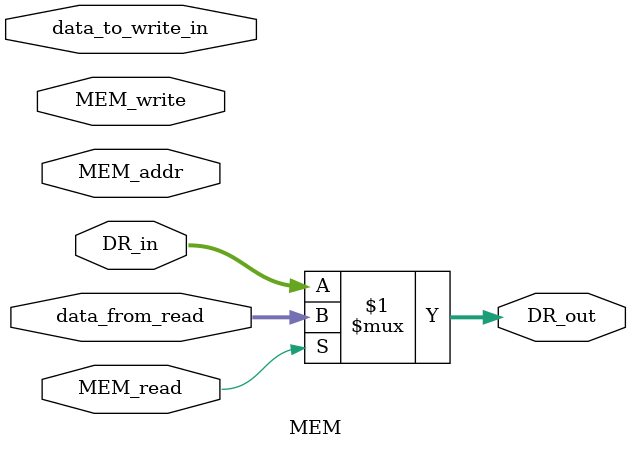
<source format=v>
`timescale 1ns / 1ps


module MEM(
	input MEM_read,
	input MEM_write,
	// input PC_write,
	input [15:0] data_to_write_in,
	input [15:0] MEM_addr,
	input [15:0] DR_in,
	// input [15:0] PC_in,

	input [15:0] data_from_read,

	// output [15:0] PC_out,
	output [15:0] DR_out
    );

	assign DR_out = MEM_read ? data_from_read : DR_in;
	
endmodule

</source>
